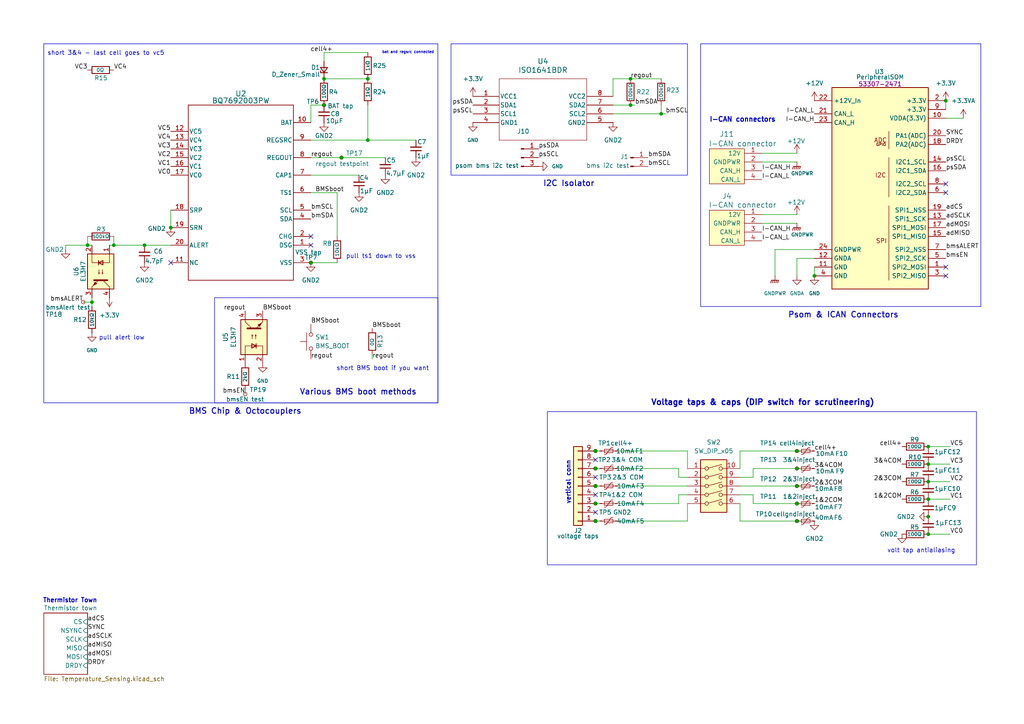
<source format=kicad_sch>
(kicad_sch (version 20231120) (generator "eeschema") (generator_version "8.0")
  (paper "A4")
  (title_block (title "BPS Voltage&Temperature board ") (date "2025-03-05"))
  (lib_symbols
    (symbol "BQ76920:BQ7692003PW" (pin_names (offset 0.254))
      (property "Reference" "U" (at 0 2.54 0))
      (property "Value" "BQ7692003PW" (at 0 0 0))
      (symbol "BQ7692003PW_0_1"
        (pin output line (at 20.32 -15.24 180) (length 5.08) (name "DSG") (number "1"))
        (pin power_in line (at 20.32 20.32 180) (length 5.08) (name "BAT") (number "10"))
        (pin unspecified line (at -20.32 -20.32 0) (length 5.08) (name "NC") (number "11"))
        (pin input line (at -20.32 17.78 0) (length 5.08) (name "VC5") (number "12"))
        (pin input line (at -20.32 15.24 0) (length 5.08) (name "VC4") (number "13"))
        (pin input line (at -20.32 12.7 0) (length 5.08) (name "VC3") (number "14"))
        (pin input line (at -20.32 10.16 0) (length 5.08) (name "VC2") (number "15"))
        (pin input line (at -20.32 7.62 0) (length 5.08) (name "VC1") (number "16"))
        (pin input line (at -20.32 5.08 0) (length 5.08) (name "VC0") (number "17"))
        (pin input line (at -20.32 -5.08 0) (length 5.08) (name "SRP") (number "18"))
        (pin input line (at -20.32 -10.16 0) (length 5.08) (name "SRN") (number "19"))
        (pin output line (at 20.32 -12.7 180) (length 5.08) (name "CHG") (number "2"))
        (pin bidirectional line (at -20.32 -15.24 0) (length 5.08) (name "ALERT") (number "20"))
        (pin power_in line (at 20.32 -20.32 180) (length 5.08) (name "VSS") (number "3"))
        (pin bidirectional line (at 20.32 -7.62 180) (length 5.08) (name "SDA") (number "4"))
        (pin input line (at 20.32 -5.08 180) (length 5.08) (name "SCL") (number "5"))
        (pin input line (at 20.32 0 180) (length 5.08) (name "TS1") (number "6"))
        (pin output line (at 20.32 5.08 180) (length 5.08) (name "CAP1") (number "7"))
        (pin power_in line (at 20.32 10.16 180) (length 5.08) (name "REGOUT") (number "8"))
        (pin power_in line (at 20.32 15.24 180) (length 5.08) (name "REGSRC") (number "9"))
      )
    )
    (symbol "Connector:Conn_01x02_Pin" (pin_names (offset 1.016) hide)
      (property "Reference" "J" (at 0 2.54 0))
      (property "Value" "Conn_01x02_Pin" (at 0 -5.08 0))
      (symbol "Conn_01x02_Pin_1_1"
        (pin passive line (at 5.08 0 180) (length 3.81) (name "Pin_1") (number "1"))
        (pin passive line (at 5.08 -2.54 180) (length 3.81) (name "Pin_2") (number "2"))
      )
    )
    (symbol "Connector:Conn_01x03_Pin" (pin_names (offset 1.016) hide)
      (property "Reference" "J" (at 0 5.08 0))
      (property "Value" "Conn_01x03_Pin" (at 0 -5.08 0))
      (symbol "Conn_01x03_Pin_1_1"
        (pin passive line (at 5.08 2.54 180) (length 3.81) (name "Pin_1") (number "1"))
        (pin passive line (at 5.08 0 180) (length 3.81) (name "Pin_2") (number "2"))
        (pin passive line (at 5.08 -2.54 180) (length 3.81) (name "Pin_3") (number "3"))
      )
    )
    (symbol "Connector:TestPoint_Small" (pin_numbers hide) (pin_names (offset 0.762) hide)
      (property "Reference" "TP" (at 0 3.81 0))
      (property "Value" "TestPoint_Small" (at 0 2.032 0))
      (symbol "TestPoint_Small_1_1"
        (pin passive line (at 0 0 90) (length 0) (name "1") (number "1"))
      )
    )
    (symbol "Connector_Generic:Conn_01x09" (pin_names (offset 1.016) hide)
      (property "Reference" "J" (at 0 12.7 0))
      (property "Value" "Conn_01x09" (at 0 -12.7 0))
      (symbol "Conn_01x09_1_1"
        (pin passive line (at -5.08 10.16 0) (length 3.81) (name "Pin_1") (number "1"))
        (pin passive line (at -5.08 7.62 0) (length 3.81) (name "Pin_2") (number "2"))
        (pin passive line (at -5.08 5.08 0) (length 3.81) (name "Pin_3") (number "3"))
        (pin passive line (at -5.08 2.54 0) (length 3.81) (name "Pin_4") (number "4"))
        (pin passive line (at -5.08 0 0) (length 3.81) (name "Pin_5") (number "5"))
        (pin passive line (at -5.08 -2.54 0) (length 3.81) (name "Pin_6") (number "6"))
        (pin passive line (at -5.08 -5.08 0) (length 3.81) (name "Pin_7") (number "7"))
        (pin passive line (at -5.08 -7.62 0) (length 3.81) (name "Pin_8") (number "8"))
        (pin passive line (at -5.08 -10.16 0) (length 3.81) (name "Pin_9") (number "9"))
      )
    )
    (symbol "Device:C_Small" (pin_numbers hide) (pin_names (offset 0.254) hide)
      (property "Reference" "C" (at 0.254 1.778 0))
      (property "Value" "C_Small" (at 0.254 -2.032 0))
      (symbol "C_Small_1_1"
        (pin passive line (at 0 2.54 270) (length 2.032) (name "~") (number "1"))
        (pin passive line (at 0 -2.54 90) (length 2.032) (name "~") (number "2"))
      )
    )
    (symbol "Device:D_Zener_Small" (pin_numbers hide) (pin_names (offset 0.254) hide)
      (property "Reference" "D" (at 0 2.286 0))
      (property "Value" "D_Zener_Small" (at 0 -2.286 0))
      (symbol "D_Zener_Small_1_1"
        (pin passive line (at -2.54 0 0) (length 1.778) (name "K") (number "1"))
        (pin passive line (at 2.54 0 180) (length 1.778) (name "A") (number "2"))
      )
    )
    (symbol "Device:Polyfuse_Small" (pin_numbers hide) (pin_names (offset 0))
      (property "Reference" "F" (at -1.905 0 90))
      (property "Value" "Polyfuse_Small" (at 1.905 0 90))
      (symbol "Polyfuse_Small_1_1"
        (pin passive line (at 0 2.54 270) (length 0.635) (name "~") (number "1"))
        (pin passive line (at 0 -2.54 90) (length 0.635) (name "~") (number "2"))
      )
    )
    (symbol "Device:R" (pin_numbers hide) (pin_names (offset 0))
      (property "Reference" "R" (at 2.032 0 90))
      (property "Value" "R" (at 0 0 90))
      (symbol "R_1_1"
        (pin passive line (at 0 3.81 270) (length 1.27) (name "~") (number "1"))
        (pin passive line (at 0 -3.81 90) (length 1.27) (name "~") (number "2"))
      )
    )
    (symbol "ISO1541QDQ1:ISO1641BDR" (pin_names (offset 0.254))
      (property "Reference" "U" (at 20.32 10.16 0))
      (property "Value" "ISO1641BDR" (at 20.32 7.62 0))
      (symbol "ISO1641BDR_0_1"
        (pin power_in line (at 0 0 0) (length 7.62) (name "VCC1") (number "1"))
        (pin bidirectional line (at 0 -2.54 0) (length 7.62) (name "SDA1") (number "2"))
        (pin bidirectional line (at 0 -5.08 0) (length 7.62) (name "SCL1") (number "3"))
        (pin power_out line (at 0 -7.62 0) (length 7.62) (name "GND1") (number "4"))
        (pin power_out line (at 40.64 -7.62 180) (length 7.62) (name "GND2") (number "5"))
        (pin bidirectional line (at 40.64 -5.08 180) (length 7.62) (name "SCL2") (number "6"))
        (pin bidirectional line (at 40.64 -2.54 180) (length 7.62) (name "SDA2") (number "7"))
        (pin power_in line (at 40.64 0 180) (length 7.62) (name "VCC2") (number "8"))
      )
    )
    (symbol "Isolator:SFH617A-1" (pin_names (offset 1.016))
      (property "Reference" "U" (at -5.08 5.08 0))
      (property "Value" "SFH617A-1" (at 0 5.08 0))
      (symbol "SFH617A-1_1_1"
        (pin passive line (at -7.62 2.54 0) (length 2.54) (name "~") (number "1"))
        (pin passive line (at -7.62 -2.54 0) (length 2.54) (name "~") (number "2"))
        (pin passive line (at 7.62 -2.54 180) (length 2.54) (name "~") (number "3"))
        (pin passive line (at 7.62 2.54 180) (length 2.54) (name "~") (number "4"))
      )
    )
    (symbol "Switch:SW_DIP_x05" (pin_names (offset 0) hide)
      (property "Reference" "SW" (at 0 8.89 0))
      (property "Value" "SW_DIP_x05" (at 0 -8.89 0))
      (symbol "SW_DIP_x05_1_1"
        (pin passive line (at -7.62 5.08 0) (length 5.08) (name "~") (number "1"))
        (pin passive line (at 7.62 5.08 180) (length 5.08) (name "~") (number "10"))
        (pin passive line (at -7.62 2.54 0) (length 5.08) (name "~") (number "2"))
        (pin passive line (at -7.62 0 0) (length 5.08) (name "~") (number "3"))
        (pin passive line (at -7.62 -2.54 0) (length 5.08) (name "~") (number "4"))
        (pin passive line (at -7.62 -5.08 0) (length 5.08) (name "~") (number "5"))
        (pin passive line (at 7.62 -5.08 180) (length 5.08) (name "~") (number "6"))
        (pin passive line (at 7.62 -2.54 180) (length 5.08) (name "~") (number "7"))
        (pin passive line (at 7.62 0 180) (length 5.08) (name "~") (number "8"))
        (pin passive line (at 7.62 2.54 180) (length 5.08) (name "~") (number "9"))
      )
    )
    (symbol "Switch:SW_Push" (pin_numbers hide) (pin_names (offset 1.016) hide)
      (property "Reference" "SW" (at 1.27 2.54 0))
      (property "Value" "SW_Push" (at 0 -1.524 0))
      (symbol "SW_Push_0_1"
        (pin passive line (at -5.08 0 0) (length 2.54) (name "1") (number "1"))
        (pin passive line (at 5.08 0 180) (length 2.54) (name "2") (number "2"))
      )
    )
    (symbol "power:+12V" (power) (pin_numbers hide) (pin_names (offset 0) hide)
      (property "Value" "+12V" (at 0 3.556 0))
      (symbol "+12V_1_1"
        (pin power_in line (at 0 0 90) (length 0) (name "~") (number "1"))
      )
    )
    (symbol "power:+3.3V" (power) (pin_numbers hide) (pin_names (offset 0) hide)
      (property "Value" "+3.3V" (at 0 3.556 0))
      (symbol "+3.3V_1_1"
        (pin power_in line (at 0 0 90) (length 0) (name "~") (number "1"))
      )
    )
    (symbol "power:+3.3VA" (power) (pin_numbers hide) (pin_names (offset 0) hide)
      (property "Value" "+3.3VA" (at 0 3.556 0))
      (symbol "+3.3VA_1_1"
        (pin power_in line (at 0 0 90) (length 0) (name "~") (number "1"))
      )
    )
    (symbol "power:GND" (power) (pin_numbers hide) (pin_names (offset 0) hide)
      (property "Value" "GND" (at 0 -3.81 0))
      (symbol "GND_1_1"
        (pin power_in line (at 0 0 270) (length 0) (name "~") (number "1"))
      )
    )
    (symbol "power:GND2" (power) (pin_numbers hide) (pin_names (offset 0) hide)
      (property "Value" "GND2" (at 0 -3.81 0))
      (symbol "GND2_1_1"
        (pin power_in line (at 0 0 270) (length 0) (name "~") (number "1"))
      )
    )
    (symbol "power:GNDA" (power) (pin_numbers hide) (pin_names (offset 0) hide)
      (property "Value" "GNDA" (at 0 -3.81 0))
      (symbol "GNDA_1_1"
        (pin power_in line (at 0 0 270) (length 0) (name "~") (number "1"))
      )
    )
    (symbol "power:GNDPWR" (power) (pin_numbers hide) (pin_names (offset 0) hide)
      (property "Value" "GNDPWR" (at 0 -3.302 0))
      (symbol "GNDPWR_1_1"
        (pin power_in line (at 0 0 270) (length 0) (name "~") (number "1"))
      )
    )
    (symbol "utsvt-connectors:PeripheralCANConnector" (pin_names (offset 1.016))
      (property "Reference" "J" (at 1.27 -6.35 0))
      (property "Value" "PeripheralCANConnector" (at 0 6.35 0))
      (symbol "PeripheralCANConnector_1_1"
        (pin power_in line (at 10.16 3.81 180) (length 5.08) (name "12V") (number "1"))
        (pin power_in line (at 10.16 1.27 180) (length 5.08) (name "GNDPWR") (number "2"))
        (pin bidirectional line (at 10.16 -1.27 180) (length 5.08) (name "CAN_H") (number "3"))
        (pin bidirectional line (at 10.16 -3.81 180) (length 5.08) (name "CAN_L") (number "4"))
      )
    )
    (symbol "utsvt-misc:PeripheralSOM"
      (property "Reference" "U" (at -13.716 30.48 0))
      (property "Value" "PeripheralSOM" (at 7.112 30.48 0))
      (property "P/N" "53307-2471" (at 0 0 0))
      (symbol "PeripheralSOM_1_1"
        (text "ADC" (at 2.032 13.97 0) (effects (font (size 1.27 1.27)) (justify right)))
        (text "GPIO" (at 1.778 12.7 0) (effects (font (size 0.8 0.8)) (justify right)))
        (text "I2C" (at 1.778 3.81 0) (effects (font (size 1.27 1.27)) (justify right)))
        (text "SPI" (at 2.032 -15.24 0) (effects (font (size 1.27 1.27)) (justify right)))
        (pin passive line (at 19.05 -22.86 180) (length 5.08) (name "SPI2_MOSI") (number "1"))
        (pin passive line (at 19.05 20.32 180) (length 5.08) (name "VDDA(3.3V)") (number "10"))
        (pin output line (at -19.05 -22.86 0) (length 5.08) (name "GND") (number "11"))
        (pin output line (at -19.05 -20.32 0) (length 5.08) (name "GNDA") (number "12"))
        (pin passive line (at 19.05 -8.89 180) (length 5.08) (name "SPI1_SCK") (number "13"))
        (pin passive line (at 19.05 7.62 180) (length 5.08) (name "I2C1_SCL") (number "14"))
        (pin passive line (at 19.05 -13.97 180) (length 5.08) (name "SPI1_MISO") (number "15"))
        (pin passive line (at 19.05 5.08 180) (length 5.08) (name "I2C1_SDA") (number "16"))
        (pin passive line (at 19.05 -11.43 180) (length 5.08) (name "SPI1_MOSI") (number "17"))
        (pin passive line (at 19.05 12.7 180) (length 5.08) (name "PA2(ADC)") (number "18"))
        (pin passive line (at 19.05 -6.35 180) (length 5.08) (name "SPI1_NSS") (number "19"))
        (pin passive line (at 19.05 25.4 180) (length 5.08) (name "+3.3V") (number "2"))
        (pin passive line (at 19.05 15.24 180) (length 5.08) (name "PA1(ADC)") (number "20"))
        (pin passive line (at -19.05 21.59 0) (length 5.08) (name "CAN_L") (number "21"))
        (pin input line (at -19.05 25.4 0) (length 5.08) (name "+12V_In") (number "22"))
        (pin passive line (at -19.05 19.05 0) (length 5.08) (name "CAN_H") (number "23"))
        (pin passive line (at -19.05 -17.78 0) (length 5.08) (name "GNDPWR") (number "24"))
        (pin passive line (at 19.05 -25.4 180) (length 5.08) (name "SPI2_MISO") (number "3"))
        (pin output line (at -19.05 -25.4 0) (length 5.08) (name "GND") (number "4"))
        (pin passive line (at 19.05 -20.32 180) (length 5.08) (name "SPI2_SCK") (number "5"))
        (pin passive line (at 19.05 -1.27 180) (length 5.08) (name "I2C2_SDA") (number "6"))
        (pin passive line (at 19.05 -17.78 180) (length 5.08) (name "SPI2_NSS") (number "7"))
        (pin passive line (at 19.05 1.27 180) (length 5.08) (name "I2C2_SCL") (number "8"))
        (pin output line (at 19.05 22.86 180) (length 5.08) (name "+3.3V") (number "9"))
      )
    )
  )
  (junction (at 236.22 80.01))
  (junction (at 231.14 140.97))
  (junction (at 172.72 140.97))
  (junction (at 191.77 33.02))
  (junction (at 231.14 146.05))
  (junction (at 93.98 30.48))
  (junction (at 269.24 144.78))
  (junction (at 274.32 29.21))
  (junction (at 182.88 30.48))
  (junction (at 33.02 71.12))
  (junction (at 269.24 149.86))
  (junction (at 269.24 154.94))
  (junction (at 172.72 130.81))
  (junction (at 231.14 151.13))
  (junction (at 26.67 87.63))
  (junction (at 41.91 71.12))
  (junction (at 90.17 76.2))
  (junction (at 49.53 66.04))
  (junction (at 172.72 146.05))
  (junction (at 182.88 22.86))
  (junction (at 269.24 134.62))
  (junction (at 269.24 129.54))
  (junction (at 25.4 71.12))
  (junction (at 172.72 151.13))
  (junction (at 269.24 139.7))
  (junction (at 106.68 40.64))
  (junction (at 99.06 45.72))
  (junction (at 231.14 130.81))
  (junction (at 106.68 22.86))
  (junction (at 172.72 135.89))
  (junction (at 93.98 22.86))
  (junction (at 231.14 135.89))
  (no_connect (at 90.17 68.58))
  (no_connect (at 274.32 53.34))
  (no_connect (at 90.17 71.12))
  (no_connect (at 172.72 148.59))
  (no_connect (at 274.32 55.88))
  (no_connect (at 274.32 77.47))
  (no_connect (at 274.32 80.01))
  (no_connect (at 172.72 143.51))
  (no_connect (at 172.72 133.35))
  (no_connect (at 172.72 138.43))
  (no_connect (at 49.53 76.2))
  (wire (pts (xy 184.15 30.48) (xy 182.88 30.48)))
  (wire (pts (xy 173.99 140.97) (xy 172.72 140.97)))
  (wire (pts (xy 196.85 135.89) (xy 196.85 138.43)))
  (wire (pts (xy 173.99 151.13) (xy 172.72 151.13)))
  (wire (pts (xy 90.17 45.72) (xy 99.06 45.72)))
  (wire (pts (xy 218.44 135.89) (xy 231.14 135.89)))
  (wire (pts (xy 231.14 46.99) (xy 220.98 46.99)))
  (wire (pts (xy 231.14 62.23) (xy 220.98 62.23)))
  (wire (pts (xy 191.77 33.02) (xy 177.8 33.02)))
  (wire (pts (xy 90.17 30.48) (xy 93.98 30.48)))
  (wire (pts (xy 90.17 30.48) (xy 90.17 35.56)))
  (wire (pts (xy 191.77 30.48) (xy 191.77 33.02)))
  (wire (pts (xy 179.07 140.97) (xy 199.39 140.97)))
  (wire (pts (xy 106.68 40.64) (xy 120.65 40.64)))
  (wire (pts (xy 199.39 151.13) (xy 179.07 151.13)))
  (wire (pts (xy 224.79 80.01) (xy 224.79 72.39)))
  (wire (pts (xy 214.63 143.51) (xy 218.44 143.51)))
  (wire (pts (xy 106.68 30.48) (xy 106.68 40.64)))
  (wire (pts (xy 41.91 71.12) (xy 49.53 71.12)))
  (wire (pts (xy 214.63 138.43) (xy 218.44 138.43)))
  (wire (pts (xy 26.67 86.36) (xy 26.67 87.63)))
  (wire (pts (xy 49.53 60.96) (xy 49.53 66.04)))
  (wire (pts (xy 191.77 22.86) (xy 182.88 22.86)))
  (wire (pts (xy 275.59 129.54) (xy 269.24 129.54)))
  (wire (pts (xy 218.44 138.43) (xy 218.44 135.89)))
  (wire (pts (xy 173.99 146.05) (xy 172.72 146.05)))
  (wire (pts (xy 179.07 135.89) (xy 196.85 135.89)))
  (wire (pts (xy 274.32 29.21) (xy 274.32 31.75)))
  (wire (pts (xy 224.79 72.39) (xy 236.22 72.39)))
  (wire (pts (xy 275.59 144.78) (xy 269.24 144.78)))
  (wire (pts (xy 214.63 140.97) (xy 231.14 140.97)))
  (wire (pts (xy 173.99 130.81) (xy 172.72 130.81)))
  (wire (pts (xy 199.39 146.05) (xy 199.39 151.13)))
  (wire (pts (xy 275.59 134.62) (xy 269.24 134.62)))
  (wire (pts (xy 90.17 55.88) (xy 97.79 55.88)))
  (wire (pts (xy 97.79 55.88) (xy 97.79 68.58)))
  (wire (pts (xy 24.13 87.63) (xy 26.67 87.63)))
  (wire (pts (xy 106.68 15.24) (xy 93.98 15.24)))
  (wire (pts (xy 33.02 68.58) (xy 33.02 71.12)))
  (wire (pts (xy 196.85 146.05) (xy 196.85 143.51)))
  (wire (pts (xy 31.75 71.12) (xy 33.02 71.12)))
  (wire (pts (xy 275.59 139.7) (xy 269.24 139.7)))
  (wire (pts (xy 231.14 44.45) (xy 220.98 44.45)))
  (wire (pts (xy 218.44 143.51) (xy 218.44 146.05)))
  (wire (pts (xy 231.14 80.01) (xy 231.14 74.93)))
  (wire (pts (xy 177.8 27.94) (xy 177.8 22.86)))
  (wire (pts (xy 25.4 68.58) (xy 25.4 71.12)))
  (wire (pts (xy 93.98 15.24) (xy 93.98 17.78)))
  (wire (pts (xy 236.22 77.47) (xy 236.22 80.01)))
  (wire (pts (xy 179.07 146.05) (xy 196.85 146.05)))
  (wire (pts (xy 173.99 135.89) (xy 172.72 135.89)))
  (wire (pts (xy 231.14 130.81) (xy 214.63 130.81)))
  (wire (pts (xy 177.8 30.48) (xy 182.88 30.48)))
  (wire (pts (xy 90.17 76.2) (xy 97.79 76.2)))
  (wire (pts (xy 19.05 71.12) (xy 25.4 71.12)))
  (wire (pts (xy 214.63 130.81) (xy 214.63 135.89)))
  (wire (pts (xy 196.85 138.43) (xy 199.39 138.43)))
  (wire (pts (xy 90.17 40.64) (xy 106.68 40.64)))
  (wire (pts (xy 193.04 33.02) (xy 191.77 33.02)))
  (wire (pts (xy 33.02 71.12) (xy 41.91 71.12)))
  (wire (pts (xy 90.17 50.8) (xy 104.14 50.8)))
  (wire (pts (xy 199.39 130.81) (xy 199.39 135.89)))
  (wire (pts (xy 279.4 34.29) (xy 274.32 34.29)))
  (wire (pts (xy 214.63 151.13) (xy 231.14 151.13)))
  (wire (pts (xy 99.06 45.72) (xy 111.76 45.72)))
  (wire (pts (xy 93.98 22.86) (xy 106.68 22.86)))
  (wire (pts (xy 214.63 146.05) (xy 214.63 151.13)))
  (wire (pts (xy 107.95 104.14) (xy 107.95 102.87)))
  (wire (pts (xy 231.14 74.93) (xy 236.22 74.93)))
  (wire (pts (xy 19.05 72.39) (xy 19.05 71.12)))
  (wire (pts (xy 196.85 143.51) (xy 199.39 143.51)))
  (wire (pts (xy 177.8 22.86) (xy 182.88 22.86)))
  (wire (pts (xy 275.59 154.94) (xy 269.24 154.94)))
  (wire (pts (xy 25.4 71.12) (xy 26.67 71.12)))
  (wire (pts (xy 26.67 87.63) (xy 26.67 88.9)))
  (wire (pts (xy 231.14 64.77) (xy 220.98 64.77)))
  (wire (pts (xy 218.44 146.05) (xy 231.14 146.05)))
  (wire (pts (xy 71.12 114.3) (xy 71.12 113.03)))
  (wire (pts (xy 179.07 130.81) (xy 199.39 130.81)))
  (rectangle (start 62.23 86.36) (end 127 116.84))
  (rectangle (start 12.7 12.7) (end 127 116.84))
  (rectangle (start 158.75 119.38) (end 283.21 163.83))
  (rectangle (start 203.2 12.7) (end 284.48 88.9))
  (rectangle (start 130.81 12.7) (end 199.39 50.8))
  (text "I-CAN connectors\n" (at 215.392 34.798 0) (effects (font (size 1.397 1.397) (thickness 0.2794) (bold yes))))
  (text "BMS Chip & Octocouplers" (at 71.12 119.38 0) (effects (font (size 1.651 1.651) (thickness 0.254) (bold yes))))
  (text "short 3&4 - last cell goes to vc5" (at 30.734 15.494 0) (effects (font (size 1.27 1.27))))
  (text "pull ts1 down to vss" (at 110.49 74.422 0) (effects (font (size 1.27 1.27))))
  (text "pull alert low\n" (at 35.306 98.044 0) (effects (font (size 1.27 1.27))))
  (text "bat and regsrc connected\n" (at 118.364 15.24 0) (effects (font (size 0.762 0.762))))
  (text "I2C Isolator " (at 165.608 53.34 0) (effects (font (size 1.651 1.651) (thickness 0.254) (bold yes))))
  (text "vertical conn" (at 164.846 139.954 90) (effects (font (size 1.27 1.27) (thickness 0.254) (bold yes))))
  (text "Various BMS boot methods" (at 103.886 113.792 0) (effects (font (size 1.651 1.651) (thickness 0.254) (bold yes))))
  (text "Thermistor Town" (at 20.32 174.244 0) (effects (font (size 1.27 1.27) (thickness 0.254) (bold yes))))
  (text "volt tap antialiasing" (at 267.208 159.766 0) (effects (font (size 1.27 1.27))))
  (text "Voltage taps & caps (DIP switch for scrutineering)" (at 221.234 116.84 0) (effects (font (size 1.651 1.651) (thickness 0.3302) (bold yes))))
  (text "short BMS boot if you want\n" (at 110.998 106.934 0) (effects (font (size 1.27 1.27))))
  (text "Psom & ICAN Connectors\n" (at 244.602 91.44 0) (effects (font (size 1.651 1.651) (thickness 0.254) (bold yes))))
  (label "psSDA" (at 137.16 30.48 180))
  (label "psSCL" (at 156.21 45.72 0))
  (label "bmSDA" (at 187.96 45.72 0))
  (label "regout" (at 71.12 90.17 180))
  (label "bmsEN" (at 274.32 74.93 0))
  (label "VC2" (at 275.59 139.7 0))
  (label "adCS" (at 274.32 60.96 0))
  (label "I-CAN_H" (at 220.98 67.31 0))
  (label "psSDA" (at 156.21 43.18 0))
  (label "I-CAN_L" (at 236.22 33.02 180))
  (label "bmsALERT" (at 24.13 87.63 180))
  (label "I-CAN_L" (at 220.98 52.07 0))
  (label "adSCLK" (at 274.32 63.5 0))
  (label "VC3" (at 25.4 20.32 180))
  (label "cell4+" (at 261.62 129.54 180))
  (label "VC0" (at 275.59 154.94 0))
  (label "bmSDA" (at 90.17 63.5 0))
  (label "DRDY" (at 274.32 41.91 0))
  (label "cell4+" (at 236.22 130.81 0))
  (label "SYNC" (at 25.4 182.88 0))
  (label "1&2COM" (at 236.22 146.05 0))
  (label "VC1" (at 49.53 48.26 180))
  (label "BMSboot" (at 90.17 93.98 0))
  (label "SYNC" (at 274.32 39.37 0))
  (label "bmSDA" (at 184.15 30.48 0))
  (label "I-CAN_H" (at 220.98 49.53 0))
  (label "cell4+" (at 96.52 15.24 180))
  (label "1&2COM" (at 261.62 144.78 180))
  (label "regout" (at 90.17 45.72 0))
  (label "adMISO" (at 25.4 187.96 0))
  (label "BMSboot" (at 107.95 95.25 0))
  (label "bmsALERT" (at 274.32 72.39 0))
  (label "2&3COM" (at 236.22 140.97 0))
  (label "regout" (at 107.95 104.14 0))
  (label "DRDY" (at 25.4 193.04 0))
  (label "adMOSI" (at 274.32 66.04 0))
  (label "VC4" (at 33.02 20.32 0))
  (label "adSCLK" (at 25.4 185.42 0))
  (label "BMSboot" (at 91.44 55.88 0))
  (label "VC0" (at 49.53 50.8 180))
  (label "regout" (at 90.17 104.14 0))
  (label "adMISO" (at 274.32 68.58 0))
  (label "psSDA" (at 274.32 49.53 0))
  (label "psSCL" (at 137.16 33.02 180))
  (label "bmSCL" (at 193.04 33.02 0))
  (label "3&4COM" (at 236.22 135.89 0))
  (label "bmSCL" (at 90.17 60.96 0))
  (label "VC4" (at 49.53 40.64 180))
  (label "VC5" (at 49.53 38.1 180))
  (label "2&3COM" (at 261.62 139.7 180))
  (label "VC5" (at 275.59 129.54 0))
  (label "3&4COM" (at 261.62 134.62 180))
  (label "I-CAN_L" (at 220.98 69.85 0))
  (label "VC3" (at 49.53 43.18 180))
  (label "bmsEN" (at 71.12 114.3 180))
  (label "VC2" (at 49.53 45.72 180))
  (label "bmSCL" (at 187.96 48.26 0))
  (label "I-CAN_H" (at 236.22 35.56 180))
  (label "regout" (at 182.88 22.86 0))
  (label "psSCL" (at 274.32 46.99 0))
  (label "VC3" (at 275.59 134.62 0))
  (label "VC1" (at 275.59 144.78 0))
  (label "BMSboot" (at 76.2 90.17 0))
  (label "adMOSI" (at 25.4 190.5 0))
  (label "adCS" (at 25.4 180.34 0))
  (symbol (lib_id "Connector:TestPoint_Small") (at 71.12 114.3 0) (unit 1)
    (property "Reference" "TP19" (at 72.39 113.0299 0) (effects (justify left)))
    (property "Value" "bmsEN test" (at 65.532 115.824 0) (effects (justify left)))
    (property "Description" "test point" (effects (hide yes)))
  )
  (symbol (lib_id "Device:R") (at 191.77 26.67 180) (unit 1)
    (property "Reference" "R23" (at 197.104 26.162 0) (effects (justify left)))
    (property "Value" "100kΩ" (at 191.77 24.13 90) (effects (font (size 1.016 1.016)) (justify left)))
    (property "Footprint" "Resistor_SMD:R_0805_2012Metric" (effects (hide yes)))
    (property "Description" "Resistor" (effects (hide yes)))
  )
  (symbol (lib_id "Device:R") (at 29.21 20.32 90) (unit 1)
    (property "Reference" "R15" (at 31.242 22.606 90) (effects (justify left)))
    (property "Value" "0Ω" (at 30.226 20.32 90) (effects (font (size 1.016 1.016)) (justify left)))
    (property "Footprint" "Resistor_SMD:R_0805_2012Metric" (effects (hide yes)))
    (property "Description" "Resistor" (effects (hide yes)))
  )
  (symbol (lib_id "Switch:SW_DIP_x05") (at 207.01 140.97 0) (unit 1)
    (property "Reference" "SW2" (at 207.01 128.27 0))
    (property "Value" "SW_DIP_x05" (at 207.01 130.81 0))
    (property "Description" "5x DIP Switch, Single Pole Single Throw (SPST) switch, small symbol" (effects (hide yes)))
  )
  (symbol (lib_id "power:GND2") (at 261.62 154.94 0) (unit 1)
    (property "Reference" "#PWR036" (effects (hide yes)))
    (property "Value" "GND2" (at 257.81 154.94 0))
    (property "Description" "Power symbol creates a global label with name \"GND2\" , ground" (effects (hide yes)))
  )
  (symbol (lib_id "Connector:TestPoint_Small") (at 90.17 76.2 0) (unit 1)
    (property "Reference" "TP7" (at 88.392 74.676 0) (effects (justify left)))
    (property "Value" "VSS tap" (at 85.598 73.152 0) (effects (justify left)))
    (property "Description" "test point" (effects (hide yes)))
  )
  (symbol (lib_id "power:GNDPWR") (at 231.14 46.99 0) (unit 1)
    (property "Reference" "#PWR040" (effects (hide yes)))
    (property "Value" "GNDPWR" (at 232.664 50.292 0) (effects (font (size 1.016 1.016))))
    (property "Description" "Power symbol creates a global label with name \"GNDPWR\" , global ground" (effects (hide yes)))
  )
  (symbol (lib_id "Isolator:SFH617A-1") (at 29.21 78.74 270) (unit 1)
    (property "Reference" "U6" (at 22.098 78.74 0))
    (property "Value" "EL3H7" (at 24.13 78.74 0))
    (property "Footprint" "Package_SO:SSOP-4_4.4x2.6mm_P1.27mm" (effects (hide yes)))
    (property "Datasheet" "https://www.mouser.com/ProductDetail/Everlight/EL3H7DTA-VG?qs=8PzhAHr7IdO5ivSzPAFioA%3D%3D&utm_id=21629221803&gad_source=1&gclid=Cj0KCQiArby5BhCDARIsAIJvjIRxO0jcjcKfnV1hER0ZGDMF9W_FecGmdKXwVqQCsmJYIZvEtRfuUkAaAnFwEALw_wcB" (effects (hide yes)))
    (property "Description" "Optocoupler, Phototransistor Output, 5300 VRMS, VCEO 70V, CTR% 40-80, -55 to +110 degree Celsius, UL, BSI, FIMKO, cUL, THT PDIP-4" (effects (hide yes)))
    (property "Mouser Part Number" "638-EL3H7DTAVG " (effects (hide yes)))
    (property "P/N" "EL3H7DTAVG " (effects (hide yes)))
  )
  (symbol (lib_id "utsvt-connectors:PeripheralCANConnector") (at 210.82 66.04 0) (unit 1)
    (property "Reference" "J4" (at 210.82 56.896 0) (effects (font (size 1.524 1.524))))
    (property "Value" "I-CAN connector" (at 215.392 59.436 0) (effects (font (size 1.524 1.524))))
    (property "Footprint" "UTSVT_Connectors:Molex_MicroFit3.0_1x4xP3.00mm_PolarizingPeg_Vertical" (effects (hide yes)))
    (property "Datasheet" "https://www.mouser.com/ProductDetail/Molex/43650-0244?qs=XoD1gVtqLQuEe6RJ38AzJQ%3D%3D" (effects (hide yes)))
    (property "Description" "Connection to the car's Peripheral CAN bus." (effects (hide yes)))
    (property "P/N" "436500244" (effects (hide yes)))
  )
  (symbol (lib_id "Connector:TestPoint_Small") (at 231.14 140.97 180) (unit 1)
    (property "Reference" "TP12" (at 225.298 138.938 0) (effects (justify left)))
    (property "Value" "2&3inject" (at 236.474 138.938 0) (effects (justify left)))
    (property "Description" "test point" (effects (hide yes)))
  )
  (symbol (lib_id "power:+12V") (at 231.14 62.23 0) (unit 1)
    (property "Reference" "#PWR027" (effects (hide yes)))
    (property "Value" "+12V" (at 230.886 58.674 0))
    (property "Description" "Power symbol creates a global label with name \"+12V\"" (effects (hide yes)))
  )
  (symbol (lib_id "power:+3.3V") (at 137.16 27.94 0) (unit 1)
    (property "Reference" "#PWR030" (effects (hide yes)))
    (property "Value" "+3.3V" (at 137.16 22.86 0))
    (property "Description" "Power symbol creates a global label with name \"+3.3V\"" (effects (hide yes)))
  )
  (symbol (lib_id "Device:Polyfuse_Small") (at 176.53 151.13 270) (unit 1)
    (property "Reference" "F5" (at 185.674 151.13 90))
    (property "Value" "40mA" (at 181.61 151.13 90))
    (property "Footprint" "UTSVT_Special:ptc_fuse_FUSC1607X75N" (effects (hide yes)))
    (property "Description" "Resettable fuse, polymeric positive temperature coefficient, small symbol" (effects (hide yes)))
  )
  (symbol (lib_id "power:GND2") (at 177.8 35.56 0) (unit 1)
    (property "Reference" "#PWR032" (effects (hide yes)))
    (property "Value" "GND2" (at 177.8 40.64 0))
    (property "Description" "Power symbol creates a global label with name \"GND2\" , ground" (effects (hide yes)))
  )
  (symbol (lib_id "Device:C_Small") (at 269.24 152.4 180) (unit 1)
    (property "Reference" "C13" (at 278.892 151.638 0) (effects (justify left)))
    (property "Value" "1μF" (at 275.082 151.638 0) (effects (justify left)))
    (property "Footprint" "Capacitor_SMD:C_0805_2012Metric" (effects (hide yes)))
    (property "Description" "Unpolarized capacitor, small symbol" (effects (hide yes)))
  )
  (symbol (lib_id "power:GNDPWR") (at 224.79 80.01 0) (unit 1)
    (property "Reference" "#PWR023" (effects (hide yes)))
    (property "Value" "GNDPWR" (at 224.79 85.09 0) (effects (font (size 1.016 1.016))))
    (property "Description" "Power symbol creates a global label with name \"GNDPWR\" , global ground" (effects (hide yes)))
  )
  (symbol (lib_id "power:GND2") (at 236.22 151.13 0) (unit 1)
    (property "Reference" "#PWR033" (effects (hide yes)))
    (property "Value" "GND2" (at 236.22 156.21 0))
    (property "Description" "Power symbol creates a global label with name \"GND2\" , ground" (effects (hide yes)))
  )
  (symbol (lib_id "Device:C_Small") (at 269.24 147.32 180) (unit 1)
    (property "Reference" "C9" (at 277.368 147.32 0) (effects (justify left)))
    (property "Value" "1μF" (at 274.828 147.32 0) (effects (justify left)))
    (property "Footprint" "Capacitor_SMD:C_0805_2012Metric" (effects (hide yes)))
    (property "Description" "Unpolarized capacitor, small symbol" (effects (hide yes)))
  )
  (symbol (lib_id "ISO1541QDQ1:ISO1641BDR") (at 137.16 27.94 0) (unit 1)
    (property "Reference" "U4" (at 157.48 17.78 0) (effects (font (size 1.524 1.524))))
    (property "Value" "ISO1641BDR" (at 157.48 20.32 0) (effects (font (size 1.524 1.524))))
    (property "Footprint" "footprints:SOIC8_D_TEX" (effects (hide yes)))
    (property "Datasheet" "https://www.ti.com/lit/ds/symlink/iso1641.pdf?ts=1741147731751&ref_url=https%253A%252F%252Fwww.ti.com%252Fproduct%252FISO1641%252Fpart-details%252FISO1641BDR" (effects (hide yes)))
  )
  (symbol (lib_id "Device:R") (at 29.21 68.58 270) (unit 1)
    (property "Reference" "R3" (at 27.94 66.548 90) (effects (justify left)))
    (property "Value" "500kΩ" (at 26.67 68.58 90) (effects (font (size 1.016 1.016)) (justify left)))
    (property "Footprint" "Resistor_SMD:R_0805_2012Metric" (effects (hide yes)))
    (property "Description" "Resistor" (effects (hide yes)))
  )
  (symbol (lib_id "Device:R") (at 71.12 109.22 180) (unit 1)
    (property "Reference" "R11" (at 69.596 109.22 0) (effects (justify left)))
    (property "Value" "2kΩ" (at 71.12 107.696 90) (effects (font (size 1.016 1.016)) (justify left)))
    (property "Footprint" "Resistor_SMD:R_0805_2012Metric" (effects (hide yes)))
    (property "Description" "Resistor" (effects (hide yes)))
  )
  (symbol (lib_id "Device:R") (at 265.43 139.7 270) (unit 1)
    (property "Reference" "R7" (at 263.906 137.668 90) (effects (justify left)))
    (property "Value" "100Ω" (at 263.144 139.7 90) (effects (font (size 1.016 1.016)) (justify left)))
    (property "Footprint" "Resistor_SMD:R_0805_2012Metric" (effects (hide yes)))
    (property "Description" "Resistor" (effects (hide yes)))
  )
  (symbol (lib_id "Connector:TestPoint_Small") (at 172.72 151.13 0) (unit 1)
    (property "Reference" "TP5" (at 173.736 148.5899 0) (effects (justify left)))
    (property "Value" "GND2" (at 177.8 148.59 0) (effects (justify left)))
    (property "Description" "test point" (effects (hide yes)))
  )
  (symbol (lib_id "BQ76920:BQ7692003PW") (at 69.85 55.88 0) (unit 1)
    (property "Reference" "U2" (at 69.85 27.178 0) (effects (font (size 1.524 1.524))))
    (property "Value" "BQ7692003PW" (at 69.85 29.21 0) (effects (font (size 1.524 1.524))))
    (property "Footprint" "footprints:PW0020A_N" (effects (hide yes)))
    (property "Datasheet" "https://www.ti.com/lit/ds/symlink/bq76920.pdf?ts=1738965103148&ref_url=https%253A%252F%252Fwww.ti.com%252Fproduct%252FBQ76920" (effects (hide yes)))
  )
  (symbol (lib_id "utsvt-connectors:PeripheralCANConnector") (at 210.82 48.26 0) (unit 1)
    (property "Reference" "J11" (at 210.82 38.862 0) (effects (font (size 1.524 1.524))))
    (property "Value" "I-CAN connector" (at 215.392 41.656 0) (effects (font (size 1.524 1.524))))
    (property "Footprint" "UTSVT_Connectors:Molex_MicroFit3.0_1x4xP3.00mm_PolarizingPeg_Vertical" (effects (hide yes)))
    (property "Datasheet" "https://www.mouser.com/ProductDetail/Molex/43650-0244?qs=XoD1gVtqLQuEe6RJ38AzJQ%3D%3D" (effects (hide yes)))
    (property "Description" "Connection to the car's Peripheral CAN bus." (effects (hide yes)))
    (property "P/N" "436500244" (effects (hide yes)))
  )
  (symbol (lib_id "Connector:Conn_01x02_Pin") (at 182.88 45.72 0) (unit 1)
    (property "Reference" "J1" (at 181.102 45.466 0))
    (property "Value" "bms i2c test" (at 176.276 48.006 0))
    (property "Description" "Generic connector, single row, 01x02, script generated" (effects (hide yes)))
  )
  (symbol (lib_id "Device:R") (at 182.88 26.67 180) (unit 1)
    (property "Reference" "R22" (at 188.468 26.67 0) (effects (justify left)))
    (property "Value" "100kΩ" (at 182.88 24.13 90) (effects (font (size 1.016 1.016)) (justify left)))
    (property "Footprint" "Resistor_SMD:R_0805_2012Metric" (effects (hide yes)))
    (property "Description" "Resistor" (effects (hide yes)))
  )
  (symbol (lib_id "Device:R") (at 265.43 134.62 270) (unit 1)
    (property "Reference" "R10" (at 263.398 132.588 90) (effects (justify left)))
    (property "Value" "100Ω" (at 263.144 134.62 90) (effects (font (size 1.016 1.016)) (justify left)))
    (property "Footprint" "Resistor_SMD:R_0805_2012Metric" (effects (hide yes)))
    (property "Description" "Resistor" (effects (hide yes)))
  )
  (symbol (lib_id "Device:C_Small") (at 93.98 33.02 180) (unit 1)
    (property "Reference" "C8" (at 98.552 33.02 0) (effects (justify left)))
    (property "Value" "10μF" (at 99.568 35.052 0) (effects (justify left)))
    (property "Footprint" "Capacitor_SMD:C_0805_2012Metric" (effects (hide yes)))
    (property "Description" "Unpolarized capacitor, small symbol" (effects (hide yes)))
  )
  (symbol (lib_id "power:GND2") (at 104.14 55.88 0) (unit 1)
    (property "Reference" "#PWR012" (effects (hide yes)))
    (property "Value" "GND2" (at 104.14 60.96 0))
    (property "Description" "Power symbol creates a global label with name \"GND2\" , ground" (effects (hide yes)))
  )
  (symbol (lib_id "Device:Polyfuse_Small") (at 233.68 130.81 90) (unit 1)
    (property "Reference" "F10" (at 244.094 131.572 90))
    (property "Value" "10mA" (at 239.268 131.572 90))
    (property "Footprint" "UTSVT_Special:ptc_fuse_FUSC1607X75N" (effects (hide yes)))
    (property "Description" "Resettable fuse, polymeric positive temperature coefficient, small symbol" (effects (hide yes)))
  )
  (symbol (lib_id "Device:Polyfuse_Small") (at 176.53 135.89 270) (unit 1)
    (property "Reference" "F2" (at 185.42 135.89 90))
    (property "Value" "10mA" (at 181.356 135.89 90))
    (property "Footprint" "UTSVT_Special:ptc_fuse_FUSC1607X75N" (effects (hide yes)))
    (property "Description" "Resettable fuse, polymeric positive temperature coefficient, small symbol" (effects (hide yes)))
  )
  (symbol (lib_id "power:GND") (at 76.2 105.41 0) (unit 1)
    (property "Reference" "#PWR034" (effects (hide yes)))
    (property "Value" "GND" (at 76.2 110.49 0) (effects (font (size 1.016 1.016))))
    (property "Description" "Power symbol creates a global label with name \"GND\" , ground" (effects (hide yes)))
  )
  (symbol (lib_id "Connector:TestPoint_Small") (at 172.72 130.81 0) (unit 1)
    (property "Reference" "TP1" (at 173.482 128.5239 0) (effects (justify left)))
    (property "Value" "cell4+" (at 177.038 128.524 0) (effects (justify left)))
    (property "Description" "test point" (effects (hide yes)))
  )
  (symbol (lib_id "power:GND2") (at 93.98 35.56 0) (unit 1)
    (property "Reference" "#PWR024" (effects (hide yes)))
    (property "Value" "GND2" (at 93.98 39.37 0))
    (property "Description" "Power symbol creates a global label with name \"GND2\" , ground" (effects (hide yes)))
  )
  (symbol (lib_id "power:GND2") (at 41.91 76.2 0) (unit 1)
    (property "Reference" "#PWR016" (effects (hide yes)))
    (property "Value" "GND2" (at 41.91 81.28 0))
    (property "Description" "Power symbol creates a global label with name \"GND2\" , ground" (effects (hide yes)))
  )
  (symbol (lib_id "power:GND2") (at 19.05 72.39 0) (unit 1)
    (property "Reference" "#PWR038" (effects (hide yes)))
    (property "Value" "GND2" (at 13.208 72.39 0) (effects (justify left)))
    (property "Description" "Power symbol creates a global label with name \"GND2\" , ground" (effects (hide yes)))
  )
  (symbol (lib_id "Isolator:SFH617A-1") (at 73.66 97.79 90) (unit 1)
    (property "Reference" "U5" (at 65.405 97.79 0))
    (property "Value" "EL3H7" (at 67.7164 97.79 0))
    (property "Footprint" "Package_SO:SSOP-4_4.4x2.6mm_P1.27mm" (effects (hide yes)))
    (property "Datasheet" "https://www.mouser.com/ProductDetail/Everlight/EL3H7DTA-VG?qs=8PzhAHr7IdO5ivSzPAFioA%3D%3D&utm_id=21629221803&gad_source=1&gclid=Cj0KCQiArby5BhCDARIsAIJvjIRxO0jcjcKfnV1hER0ZGDMF9W_FecGmdKXwVqQCsmJYIZvEtRfuUkAaAnFwEALw_wcB" (effects (hide yes)))
    (property "Description" "Optocoupler, Phototransistor Output, 5300 VRMS, VCEO 70V, CTR% 40-80, -55 to +110 degree Celsius, UL, BSI, FIMKO, cUL, THT PDIP-4" (effects (hide yes)))
    (property "Mouser Part Number" "638-EL3H7DTAVG " (effects (hide yes)))
    (property "P/N" "EL3H7DTAVG " (effects (hide yes)))
  )
  (symbol (lib_id "Device:Polyfuse_Small") (at 233.68 146.05 90) (unit 1)
    (property "Reference" "F7" (at 243.078 147.066 90))
    (property "Value" "10mA" (at 239.014 147.066 90))
    (property "Footprint" "UTSVT_Special:ptc_fuse_FUSC1607X75N" (effects (hide yes)))
    (property "Description" "Resettable fuse, polymeric positive temperature coefficient, small symbol" (effects (hide yes)))
  )
  (symbol (lib_id "power:GND2") (at 269.24 149.86 270) (unit 1)
    (property "Reference" "#PWR025" (effects (hide yes)))
    (property "Value" "GND2" (at 265.43 149.8599 90) (effects (justify right)))
    (property "Description" "Power symbol creates a global label with name \"GND2\" , ground" (effects (hide yes)))
  )
  (symbol (lib_id "Connector:TestPoint_Small") (at 99.06 45.72 0) (unit 1)
    (property "Reference" "TP17" (at 100.33 44.4499 0) (effects (justify left)))
    (property "Value" "regout testpoint" (at 91.44 47.498 0) (effects (justify left)))
    (property "Description" "test point" (effects (hide yes)))
  )
  (symbol (lib_id "power:+3.3V") (at 274.32 29.21 0) (unit 1)
    (property "Reference" "#PWR019" (effects (hide yes)))
    (property "Value" "+3.3V" (at 274.32 24.13 0))
    (property "Description" "Power symbol creates a global label with name \"+3.3V\"" (effects (hide yes)))
  )
  (symbol (lib_id "Connector_Generic:Conn_01x09") (at 167.64 140.97 180) (unit 1)
    (property "Reference" "J2" (at 167.64 153.924 0))
    (property "Value" "voltage taps" (at 167.64 155.448 0))
    (property "Footprint" "Connector_Molex:Molex_Nano-Fit_105314-xx10_2x05_P2.50mm_Horizontal" (effects (hide yes)))
    (property "Description" "Generic connector, single row, 01x09, script generated (kicad-library-utils/schlib/autogen/connector/)" (effects (hide yes)))
  )
  (symbol (lib_id "Switch:SW_Push") (at 90.17 99.06 90) (unit 1)
    (property "Reference" "SW1" (at 91.44 97.7899 90) (effects (justify right)))
    (property "Value" "BMS_BOOT" (at 91.44 100.3299 90) (effects (justify right)))
    (property "Footprint" "Button_Switch_SMD:SW_SPST_B3SL-1002P" (effects (hide yes)))
    (property "Description" "Push button switch, generic, two pins" (effects (hide yes)))
  )
  (symbol (lib_id "power:GNDPWR") (at 231.14 64.77 0) (unit 1)
    (property "Reference" "#PWR028" (effects (hide yes)))
    (property "Value" "GNDPWR" (at 232.664 68.072 0) (effects (font (size 1.016 1.016))))
    (property "Description" "Power symbol creates a global label with name \"GNDPWR\" , global ground" (effects (hide yes)))
  )
  (symbol (lib_id "power:GND") (at 156.21 48.26 90) (unit 1)
    (property "Reference" "#PWR035" (effects (hide yes)))
    (property "Value" "GND" (at 160.02 48.2599 90) (effects (font (size 1.016 1.016)) (justify right)))
    (property "Description" "Power symbol creates a global label with name \"GND\" , ground" (effects (hide yes)))
  )
  (symbol (lib_id "Device:R") (at 265.43 129.54 270) (unit 1)
    (property "Reference" "R9" (at 263.906 127.508 90) (effects (justify left)))
    (property "Value" "100Ω" (at 263.144 129.54 90) (effects (font (size 1.016 1.016)) (justify left)))
    (property "Footprint" "Resistor_SMD:R_0805_2012Metric" (effects (hide yes)))
    (property "Description" "Resistor" (effects (hide yes)))
  )
  (symbol (lib_id "Device:R") (at 97.79 72.39 180) (unit 1)
    (property "Reference" "R8" (at 96.266 70.612 0) (effects (justify left)))
    (property "Value" "10kΩ" (at 97.79 70.358 90) (effects (font (size 1.016 1.016)) (justify left)))
    (property "Footprint" "Resistor_SMD:R_0805_2012Metric" (effects (hide yes)))
    (property "Description" "Resistor" (effects (hide yes)))
  )
  (symbol (lib_id "Connector:TestPoint_Small") (at 172.72 140.97 0) (unit 1)
    (property "Reference" "TP3" (at 173.736 138.4299 0) (effects (justify left)))
    (property "Value" "2&3 COM" (at 177.546 138.43 0) (effects (justify left)))
    (property "Description" "test point" (effects (hide yes)))
  )
  (symbol (lib_id "Device:Polyfuse_Small") (at 233.68 140.97 90) (unit 1)
    (property "Reference" "F8" (at 243.078 141.732 90))
    (property "Value" "10mA" (at 239.014 141.732 90))
    (property "Footprint" "UTSVT_Special:ptc_fuse_FUSC1607X75N" (effects (hide yes)))
    (property "Description" "Resettable fuse, polymeric positive temperature coefficient, small symbol" (effects (hide yes)))
  )
  (symbol (lib_id "power:+12V") (at 231.14 44.45 0) (unit 1)
    (property "Reference" "#PWR026" (effects (hide yes)))
    (property "Value" "+12V" (at 230.886 40.894 0))
    (property "Description" "Power symbol creates a global label with name \"+12V\"" (effects (hide yes)))
  )
  (symbol (lib_id "Device:Polyfuse_Small") (at 176.53 130.81 270) (unit 1)
    (property "Reference" "F1" (at 185.42 130.81 90))
    (property "Value" "10mA" (at 181.356 130.81 90))
    (property "Footprint" "UTSVT_Special:ptc_fuse_FUSC1607X75N" (effects (hide yes)))
    (property "Description" "Resettable fuse, polymeric positive temperature coefficient, small symbol" (effects (hide yes)))
  )
  (symbol (lib_id "Connector:TestPoint_Small") (at 172.72 146.05 0) (unit 1)
    (property "Reference" "TP4" (at 173.736 143.5099 0) (effects (justify left)))
    (property "Value" "1&2 COM" (at 177.292 143.51 0) (effects (justify left)))
    (property "Description" "test point" (effects (hide yes)))
  )
  (symbol (lib_id "power:GND2") (at 90.17 76.2 0) (unit 1)
    (property "Reference" "#PWR013" (effects (hide yes)))
    (property "Value" "GND2" (at 90.17 81.28 0))
    (property "Description" "Power symbol creates a global label with name \"GND2\" , ground" (effects (hide yes)))
  )
  (symbol (lib_id "Device:R") (at 265.43 144.78 270) (unit 1)
    (property "Reference" "R6" (at 263.906 142.748 90) (effects (justify left)))
    (property "Value" "100Ω" (at 263.144 144.78 90) (effects (font (size 1.016 1.016)) (justify left)))
    (property "Footprint" "Resistor_SMD:R_0805_2012Metric" (effects (hide yes)))
    (property "Description" "Resistor" (effects (hide yes)))
  )
  (symbol (lib_id "power:GND") (at 26.67 96.52 0) (unit 1)
    (property "Reference" "#PWR039" (effects (hide yes)))
    (property "Value" "GND" (at 26.67 101.6 0) (effects (font (size 1.016 1.016))))
    (property "Description" "Power symbol creates a global label with name \"GND\" , ground" (effects (hide yes)))
  )
  (symbol (lib_id "Device:R") (at 26.67 92.71 180) (unit 1)
    (property "Reference" "R12" (at 25.146 92.71 0) (effects (justify left)))
    (property "Value" "10kΩ" (at 26.67 90.678 90) (effects (font (size 1.016 1.016)) (justify left)))
    (property "Footprint" "Resistor_SMD:R_0805_2012Metric" (effects (hide yes)))
    (property "Description" "Resistor" (effects (hide yes)))
  )
  (symbol (lib_id "Connector:TestPoint_Small") (at 231.14 135.89 180) (unit 1)
    (property "Reference" "TP13" (at 225.298 133.35 0) (effects (justify left)))
    (property "Value" "3&4inject" (at 236.474 133.35 0) (effects (justify left)))
    (property "Description" "test point" (effects (hide yes)))
  )
  (symbol (lib_id "Connector:TestPoint_Small") (at 231.14 130.81 180) (unit 1)
    (property "Reference" "TP14" (at 225.298 128.524 0) (effects (justify left)))
    (property "Value" "cell4inject" (at 236.22 128.524 0) (effects (justify left)))
    (property "Description" "test point" (effects (hide yes)))
  )
  (symbol (lib_id "power:+3.3VA") (at 279.4 34.29 0) (unit 1)
    (property "Reference" "#PWR018" (effects (hide yes)))
    (property "Value" "+3.3VA" (at 279.4 29.21 0))
    (property "Description" "Power symbol creates a global label with name \"+3.3VA\"" (effects (hide yes)))
  )
  (symbol (lib_id "power:GND2") (at 120.65 45.72 0) (unit 1)
    (property "Reference" "#PWR017" (effects (hide yes)))
    (property "Value" "GND2" (at 120.65 50.8 0))
    (property "Description" "Power symbol creates a global label with name \"GND2\" , ground" (effects (hide yes)))
  )
  (symbol (lib_id "Device:R") (at 106.68 26.67 180) (unit 1)
    (property "Reference" "R24" (at 112.014 26.67 0) (effects (justify left)))
    (property "Value" "1kΩ" (at 106.68 25.146 90) (effects (font (size 1.016 1.016)) (justify left)))
    (property "Footprint" "Resistor_SMD:R_0805_2012Metric" (effects (hide yes)))
    (property "Description" "Resistor" (effects (hide yes)))
  )
  (symbol (lib_id "power:GNDA") (at 231.14 80.01 0) (unit 1)
    (property "Reference" "#PWR021" (effects (hide yes)))
    (property "Value" "GNDA" (at 231.14 85.09 0) (effects (font (size 1.016 1.016))))
    (property "Description" "Power symbol creates a global label with name \"GNDA\" , analog ground" (effects (hide yes)))
  )
  (symbol (lib_id "Device:Polyfuse_Small") (at 176.53 146.05 270) (unit 1)
    (property "Reference" "F4" (at 185.674 146.05 90))
    (property "Value" "10mA" (at 181.61 146.05 90))
    (property "Footprint" "UTSVT_Special:ptc_fuse_FUSC1607X75N" (effects (hide yes)))
    (property "Description" "Resettable fuse, polymeric positive temperature coefficient, small symbol" (effects (hide yes)))
  )
  (symbol (lib_id "Device:R") (at 107.95 99.06 180) (unit 1)
    (property "Reference" "R13" (at 110.236 97.028 90) (effects (justify left)))
    (property "Value" "0Ω" (at 107.95 98.044 90) (effects (font (size 1.016 1.016)) (justify left)))
    (property "Footprint" "Resistor_SMD:R_0805_2012Metric" (effects (hide yes)))
    (property "Description" "Resistor" (effects (hide yes)))
  )
  (symbol (lib_id "Connector:TestPoint_Small") (at 231.14 146.05 180) (unit 1)
    (property "Reference" "TP11" (at 225.298 144.018 0) (effects (justify left)))
    (property "Value" "1&2inject" (at 236.474 144.018 0) (effects (justify left)))
    (property "Description" "test point" (effects (hide yes)))
  )
  (symbol (lib_id "Connector:TestPoint_Small") (at 93.98 30.48 0) (unit 1)
    (property "Reference" "TP6" (at 88.9 29.464 0) (effects (justify left)))
    (property "Value" "BAT tap" (at 94.996 30.734 0) (effects (justify left)))
    (property "Description" "test point" (effects (hide yes)))
  )
  (symbol (lib_id "Device:C_Small") (at 269.24 132.08 180) (unit 1)
    (property "Reference" "C12" (at 278.638 131.064 0) (effects (justify left)))
    (property "Value" "1μF" (at 274.828 131.064 0) (effects (justify left)))
    (property "Footprint" "Capacitor_SMD:C_0805_2012Metric" (effects (hide yes)))
    (property "Description" "Unpolarized capacitor, small symbol" (effects (hide yes)))
  )
  (symbol (lib_id "Device:Polyfuse_Small") (at 233.68 151.13 90) (unit 1)
    (property "Reference" "F6" (at 243.078 150.114 90))
    (property "Value" "40mA" (at 239.014 150.114 90))
    (property "Footprint" "UTSVT_Special:ptc_fuse_FUSC1607X75N" (effects (hide yes)))
    (property "Description" "Resettable fuse, polymeric positive temperature coefficient, small symbol" (effects (hide yes)))
  )
  (symbol (lib_id "Connector:TestPoint_Small") (at 231.14 151.13 180) (unit 1)
    (property "Reference" "TP10" (at 224.028 149.098 0) (effects (justify left)))
    (property "Value" "cellgndinject" (at 236.474 149.098 0) (effects (justify left)))
    (property "Description" "test point" (effects (hide yes)))
  )
  (symbol (lib_id "Device:C_Small") (at 104.14 53.34 180) (unit 1)
    (property "Reference" "C4" (at 106.934 51.562 0) (effects (justify left)))
    (property "Value" "1μF" (at 108.204 55.372 0) (effects (justify left)))
    (property "Footprint" "Capacitor_SMD:C_0805_2012Metric" (effects (hide yes)))
    (property "Description" "Unpolarized capacitor, small symbol" (effects (hide yes)))
  )
  (symbol (lib_id "power:+3.3V") (at 31.75 86.36 180) (unit 1)
    (property "Reference" "#PWR037" (effects (hide yes)))
    (property "Value" "+3.3V" (at 31.75 91.44 0))
    (property "Description" "Power symbol creates a global label with name \"+3.3V\"" (effects (hide yes)))
  )
  (symbol (lib_id "Device:D_Zener_Small") (at 93.98 20.32 90) (unit 1)
    (property "Reference" "D1" (at 90.17 19.558 90) (effects (justify right)))
    (property "Value" "D_Zener_Small" (at 78.74 21.59 90) (effects (justify right)))
    (property "Description" "Zener diode, small symbol" (effects (hide yes)))
  )
  (symbol (lib_id "Device:Polyfuse_Small") (at 176.53 140.97 270) (unit 1)
    (property "Reference" "F3" (at 185.674 140.97 90))
    (property "Value" "10mA" (at 181.61 140.97 90))
    (property "Footprint" "UTSVT_Special:ptc_fuse_FUSC1607X75N" (effects (hide yes)))
    (property "Description" "Resettable fuse, polymeric positive temperature coefficient, small symbol" (effects (hide yes)))
  )
  (symbol (lib_id "Device:R") (at 93.98 26.67 180) (unit 1)
    (property "Reference" "R4" (at 98.044 26.67 0) (effects (justify left)))
    (property "Value" "100Ω" (at 93.98 24.384 90) (effects (font (size 1.016 1.016)) (justify left)))
    (property "Footprint" "Resistor_SMD:R_0805_2012Metric" (effects (hide yes)))
    (property "Description" "Resistor" (effects (hide yes)))
  )
  (symbol (lib_id "Connector:TestPoint_Small") (at 172.72 135.89 0) (unit 1)
    (property "Reference" "TP2" (at 173.482 133.3499 0) (effects (justify left)))
    (property "Value" "3&4 COM" (at 177.292 133.35 0) (effects (justify left)))
    (property "Description" "test point" (effects (hide yes)))
  )
  (symbol (lib_id "Connector:TestPoint_Small") (at 24.13 87.63 0) (unit 1)
    (property "Reference" "TP18" (at 13.208 91.186 0) (effects (justify left)))
    (property "Value" "bmsAlert test" (at 13.208 89.154 0) (effects (justify left)))
    (property "Description" "test point" (effects (hide yes)))
  )
  (symbol (lib_id "Device:C_Small") (at 120.65 43.18 180) (unit 1)
    (property "Reference" "C7" (at 123.698 41.148 0) (effects (justify left)))
    (property "Value" "1μF" (at 124.714 45.212 0) (effects (justify left)))
    (property "Footprint" "Capacitor_SMD:C_0805_2012Metric" (effects (hide yes)))
    (property "Description" "Unpolarized capacitor, small symbol" (effects (hide yes)))
  )
  (symbol (lib_id "Device:R") (at 265.43 154.94 270) (unit 1)
    (property "Reference" "R5" (at 263.906 152.908 90) (effects (justify left)))
    (property "Value" "100Ω" (at 263.144 154.94 90) (effects (font (size 1.016 1.016)) (justify left)))
    (property "Footprint" "Resistor_SMD:R_0805_2012Metric" (effects (hide yes)))
    (property "Description" "Resistor" (effects (hide yes)))
  )
  (symbol (lib_id "Device:R") (at 106.68 19.05 180) (unit 1)
    (property "Reference" "R25" (at 112.014 19.05 0) (effects (justify left)))
    (property "Value" "1kΩ" (at 106.68 17.526 90) (effects (font (size 1.016 1.016)) (justify left)))
    (property "Footprint" "Resistor_SMD:R_0805_2012Metric" (effects (hide yes)))
    (property "Description" "Resistor" (effects (hide yes)))
  )
  (symbol (lib_id "power:GND2") (at 49.53 66.04 0) (unit 1)
    (property "Reference" "#PWR015" (effects (hide yes)))
    (property "Value" "GND2" (at 45.466 66.294 0))
    (property "Description" "Power symbol creates a global label with name \"GND2\" , ground" (effects (hide yes)))
  )
  (symbol (lib_id "Device:C_Small") (at 41.91 73.66 180) (unit 1)
    (property "Reference" "C6" (at 47.244 72.898 0) (effects (justify left)))
    (property "Value" "4.7pF" (at 47.498 75.692 0) (effects (justify left)))
    (property "Footprint" "Capacitor_SMD:C_0805_2012Metric" (effects (hide yes)))
    (property "Description" "Unpolarized capacitor, small symbol" (effects (hide yes)))
  )
  (symbol (lib_id "power:GND") (at 236.22 80.01 0) (unit 1)
    (property "Reference" "#PWR022" (effects (hide yes)))
    (property "Value" "GND" (at 236.22 85.09 0) (effects (font (size 1.016 1.016))))
    (property "Description" "Power symbol creates a global label with name \"GND\" , ground" (effects (hide yes)))
  )
  (symbol (lib_id "Device:C_Small") (at 111.76 48.26 180) (unit 1)
    (property "Reference" "C5" (at 114.808 46.482 0) (effects (justify left)))
    (property "Value" "4.7μF" (at 117.602 50.292 0) (effects (justify left)))
    (property "Footprint" "Capacitor_SMD:C_0805_2012Metric" (effects (hide yes)))
    (property "Description" "Unpolarized capacitor, small symbol" (effects (hide yes)))
  )
  (symbol (lib_id "power:+12V") (at 236.22 29.21 0) (unit 1)
    (property "Reference" "#PWR020" (effects (hide yes)))
    (property "Value" "+12V" (at 236.22 24.13 0))
    (property "Description" "Power symbol creates a global label with name \"+12V\"" (effects (hide yes)))
  )
  (symbol (lib_id "Connector:Conn_01x03_Pin") (at 151.13 45.72 0) (unit 1)
    (property "Reference" "J10" (at 151.765 38.1 0))
    (property "Value" "psom bms i2c test" (at 141.224 48.006 0))
    (property "Description" "Generic connector, single row, 01x03, script generated" (effects (hide yes)))
  )
  (symbol (lib_id "power:GND2") (at 111.76 50.8 0) (unit 1)
    (property "Reference" "#PWR014" (effects (hide yes)))
    (property "Value" "GND2" (at 111.76 55.88 0))
    (property "Description" "Power symbol creates a global label with name \"GND2\" , ground" (effects (hide yes)))
  )
  (symbol (lib_id "Device:C_Small") (at 269.24 137.16 180) (unit 1)
    (property "Reference" "C11" (at 278.638 136.398 0) (effects (justify left)))
    (property "Value" "1μF" (at 274.828 136.398 0) (effects (justify left)))
    (property "Footprint" "Capacitor_SMD:C_0805_2012Metric" (effects (hide yes)))
    (property "Description" "Unpolarized capacitor, small symbol" (effects (hide yes)))
  )
  (symbol (lib_id "power:GND") (at 137.16 35.56 0) (unit 1)
    (property "Reference" "#PWR031" (effects (hide yes)))
    (property "Value" "GND" (at 137.16 40.64 0) (effects (font (size 1.016 1.016))))
    (property "Description" "Power symbol creates a global label with name \"GND\" , ground" (effects (hide yes)))
  )
  (symbol (lib_id "Device:C_Small") (at 269.24 142.24 180) (unit 1)
    (property "Reference" "C10" (at 278.638 141.732 0) (effects (justify left)))
    (property "Value" "1μF" (at 274.828 141.732 0) (effects (justify left)))
    (property "Footprint" "Capacitor_SMD:C_0805_2012Metric" (effects (hide yes)))
    (property "Description" "Unpolarized capacitor, small symbol" (effects (hide yes)))
  )
  (symbol (lib_id "utsvt-misc:PeripheralSOM") (at 255.27 54.61 0) (unit 1)
    (property "Reference" "U3" (at 255.016 20.828 0))
    (property "Value" "PeripheralSOM" (at 255.27 22.352 0))
    (property "Footprint" "UTSVT_Special:PeripheralSOM" (effects (hide yes)))
    (property "Datasheet" "https://tools.molex.com/pdm_docs/sd/533072071_sd.pdf" (effects (hide yes)))
    (property "P/N" "53307-2471" (at 255.27 24.384 0))
    (property "Height" "3.85" (effects (hide yes)))
  )
  (symbol (lib_id "Device:Polyfuse_Small") (at 233.68 135.89 90) (unit 1)
    (property "Reference" "F9" (at 243.586 136.652 90))
    (property "Value" "10mA" (at 239.268 136.652 90))
    (property "Footprint" "UTSVT_Special:ptc_fuse_FUSC1607X75N" (effects (hide yes)))
    (property "Description" "Resettable fuse, polymeric positive temperature coefficient, small symbol" (effects (hide yes)))
  )
  (sheet (at 12.7 177.8) (size 12.7 17.78) (stroke (width 0.1524))
    (property "Sheetname" "Thermistor town" (at 12.7 177.0884 0) (effects (justify left bottom)))
    (property "Sheetfile" "Temperature_Sensing.kicad_sch" (at 12.7 196.1646 0) (effects (justify left top)))
    (pin "NSYNC" input (at 25.4 182.88 0))
    (pin "CS" input (at 25.4 180.34 0))
    (pin "MISO" input (at 25.4 187.96 0))
    (pin "MOSI" input (at 25.4 190.5 0))
    (pin "DRDY" input (at 25.4 193.04 0))
    (pin "SCLK" input (at 25.4 185.42 0))
  )
)
</source>
